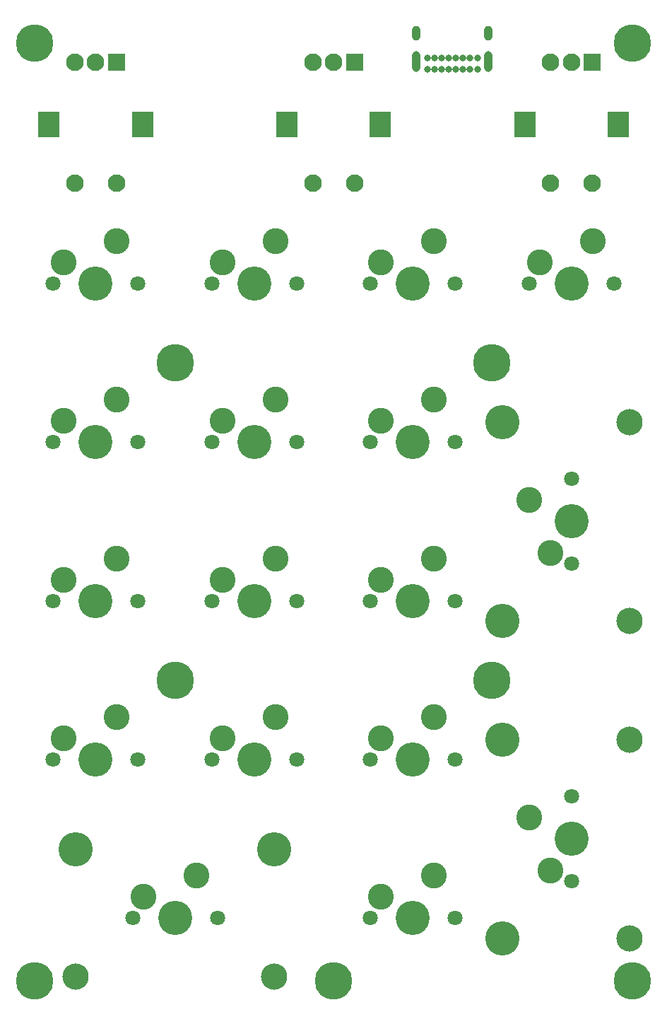
<source format=gbr>
%TF.GenerationSoftware,KiCad,Pcbnew,(5.1.6)-1*%
%TF.CreationDate,2020-11-22T11:15:34-08:00*%
%TF.ProjectId,tenkey_plusplus,74656e6b-6579-45f7-906c-7573706c7573,1*%
%TF.SameCoordinates,Original*%
%TF.FileFunction,Soldermask,Top*%
%TF.FilePolarity,Negative*%
%FSLAX46Y46*%
G04 Gerber Fmt 4.6, Leading zero omitted, Abs format (unit mm)*
G04 Created by KiCad (PCBNEW (5.1.6)-1) date 2020-11-22 11:15:34*
%MOMM*%
%LPD*%
G01*
G04 APERTURE LIST*
%ADD10C,4.100000*%
%ADD11C,3.150000*%
%ADD12C,1.800000*%
%ADD13C,3.100000*%
%ADD14C,4.090000*%
%ADD15C,4.500000*%
%ADD16R,2.100000X2.100000*%
%ADD17C,2.100000*%
%ADD18R,2.600000X3.100000*%
%ADD19O,1.000000X1.800000*%
%ADD20O,1.000000X2.500000*%
%ADD21C,0.800000*%
G04 APERTURE END LIST*
D10*
%TO.C,MNT3*%
X103132012Y-146050018D03*
D11*
X103132012Y-161290018D03*
D10*
X79332012Y-146050018D03*
D11*
X79332012Y-161290018D03*
%TD*%
D10*
%TO.C,MNT2*%
X130492012Y-132890018D03*
D11*
X145732012Y-132890018D03*
D10*
X130492012Y-156690018D03*
D11*
X145732012Y-156690018D03*
%TD*%
D10*
%TO.C,MNT1*%
X130492012Y-94890018D03*
D11*
X145732012Y-94890018D03*
D10*
X130492012Y-118690018D03*
D11*
X145732012Y-118690018D03*
%TD*%
D12*
%TO.C,S16*%
X96311982Y-154290048D03*
X86151982Y-154290048D03*
D13*
X93771982Y-149210048D03*
X87421982Y-151750048D03*
D14*
X91231982Y-154290048D03*
%TD*%
D12*
%TO.C,S15*%
X138732012Y-139710042D03*
X138732012Y-149870042D03*
D13*
X133652012Y-142250042D03*
X136192012Y-148600042D03*
D14*
X138732012Y-144790042D03*
%TD*%
D12*
%TO.C,S8*%
X138732012Y-101710018D03*
X138732012Y-111870018D03*
D13*
X133652012Y-104250018D03*
X136192012Y-110600018D03*
D14*
X138732012Y-106790018D03*
%TD*%
D15*
%TO.C,H9*%
X110232018Y-161778988D03*
%TD*%
%TO.C,H8*%
X91232000Y-87790000D03*
%TD*%
%TO.C,H7*%
X91232000Y-125790030D03*
%TD*%
%TO.C,H6*%
X74418018Y-49510988D03*
%TD*%
%TO.C,H5*%
X146046018Y-49510988D03*
%TD*%
%TO.C,H4*%
X74418018Y-161778988D03*
%TD*%
%TO.C,H3*%
X129232000Y-87790006D03*
%TD*%
%TO.C,H2*%
X146046018Y-161778988D03*
%TD*%
%TO.C,H1*%
X129232000Y-125790000D03*
%TD*%
D16*
%TO.C,SW3*%
X112732018Y-51789988D03*
D17*
X110232018Y-51789988D03*
X107732018Y-51789988D03*
D18*
X115832018Y-59289988D03*
X104632018Y-59289988D03*
D17*
X112732018Y-66289988D03*
X107732018Y-66289988D03*
%TD*%
D12*
%TO.C,S17*%
X124812000Y-154290048D03*
X114652000Y-154290048D03*
D13*
X122272000Y-149210048D03*
X115922000Y-151750048D03*
D14*
X119732000Y-154290048D03*
%TD*%
D12*
%TO.C,S14*%
X124812000Y-135290000D03*
X114652000Y-135290000D03*
D13*
X122272000Y-130210000D03*
X115922000Y-132750000D03*
D14*
X119732000Y-135290000D03*
%TD*%
D12*
%TO.C,S13*%
X105812000Y-135290000D03*
X95652000Y-135290000D03*
D13*
X103272000Y-130210000D03*
X96922000Y-132750000D03*
D14*
X100732000Y-135290000D03*
%TD*%
D12*
%TO.C,S12*%
X86811976Y-135290036D03*
X76651976Y-135290036D03*
D13*
X84271976Y-130210036D03*
X77921976Y-132750036D03*
D14*
X81731976Y-135290036D03*
%TD*%
D12*
%TO.C,S11*%
X124812000Y-116290000D03*
X114652000Y-116290000D03*
D13*
X122272000Y-111210000D03*
X115922000Y-113750000D03*
D14*
X119732000Y-116290000D03*
%TD*%
D12*
%TO.C,S10*%
X105812000Y-116290000D03*
X95652000Y-116290000D03*
D13*
X103272000Y-111210000D03*
X96922000Y-113750000D03*
D14*
X100732000Y-116290000D03*
%TD*%
D12*
%TO.C,S9*%
X86811976Y-116290024D03*
X76651976Y-116290024D03*
D13*
X84271976Y-111210024D03*
X77921976Y-113750024D03*
D14*
X81731976Y-116290024D03*
%TD*%
D12*
%TO.C,S7*%
X124812000Y-97290012D03*
X114652000Y-97290012D03*
D13*
X122272000Y-92210012D03*
X115922000Y-94750012D03*
D14*
X119732000Y-97290012D03*
%TD*%
D12*
%TO.C,S6*%
X105812000Y-97290000D03*
X95652000Y-97290000D03*
D13*
X103272000Y-92210000D03*
X96922000Y-94750000D03*
D14*
X100732000Y-97290000D03*
%TD*%
D12*
%TO.C,S5*%
X86811976Y-97290012D03*
X76651976Y-97290012D03*
D13*
X84271976Y-92210012D03*
X77921976Y-94750012D03*
D14*
X81731976Y-97290012D03*
%TD*%
D12*
%TO.C,S4*%
X143812000Y-78290000D03*
X133652000Y-78290000D03*
D13*
X141272000Y-73210000D03*
X134922000Y-75750000D03*
D14*
X138732000Y-78290000D03*
%TD*%
D12*
%TO.C,S3*%
X124812000Y-78290000D03*
X114652000Y-78290000D03*
D13*
X122272000Y-73210000D03*
X115922000Y-75750000D03*
D14*
X119732000Y-78290000D03*
%TD*%
D12*
%TO.C,S2*%
X105812000Y-78290000D03*
X95652000Y-78290000D03*
D13*
X103272000Y-73210000D03*
X96922000Y-75750000D03*
D14*
X100732000Y-78290000D03*
%TD*%
D12*
%TO.C,S1*%
X86811976Y-78290000D03*
X76651976Y-78290000D03*
D13*
X84271976Y-73210000D03*
X77921976Y-75750000D03*
D14*
X81731976Y-78290000D03*
%TD*%
D16*
%TO.C,SW2*%
X141232036Y-51789988D03*
D17*
X138732036Y-51789988D03*
X136232036Y-51789988D03*
D18*
X144332036Y-59289988D03*
X133132036Y-59289988D03*
D17*
X141232036Y-66289988D03*
X136232036Y-66289988D03*
%TD*%
D16*
%TO.C,SW1*%
X84232000Y-51789988D03*
D17*
X81732000Y-51789988D03*
X79232000Y-51789988D03*
D18*
X87332000Y-59289988D03*
X76132000Y-59289988D03*
D17*
X84232000Y-66289988D03*
X79232000Y-66289988D03*
%TD*%
D19*
%TO.C,J1*%
X120156976Y-48325988D03*
X128806976Y-48325988D03*
D20*
X120156976Y-51705988D03*
X128806976Y-51705988D03*
D21*
X124056976Y-51335988D03*
X121506976Y-51335988D03*
X122356976Y-51335988D03*
X123206976Y-51335988D03*
X127456976Y-51335988D03*
X125756976Y-51335988D03*
X124906976Y-51335988D03*
X126606976Y-51335988D03*
X121506976Y-52685988D03*
X122356976Y-52685988D03*
X123206976Y-52685988D03*
X124056976Y-52685988D03*
X124906976Y-52685988D03*
X125756976Y-52685988D03*
X126606976Y-52685988D03*
X127456976Y-52685988D03*
%TD*%
M02*

</source>
